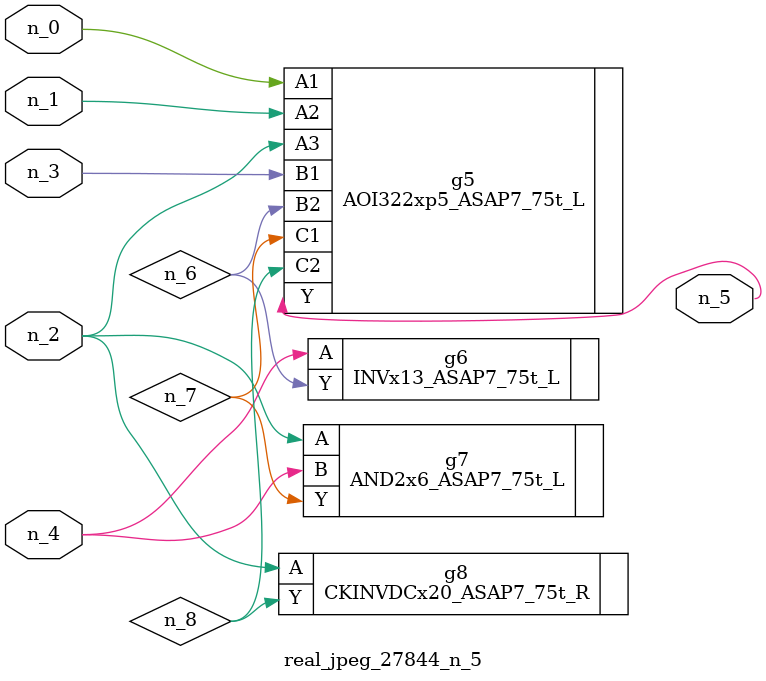
<source format=v>
module real_jpeg_27844_n_5 (n_4, n_0, n_1, n_2, n_3, n_5);

input n_4;
input n_0;
input n_1;
input n_2;
input n_3;

output n_5;

wire n_8;
wire n_6;
wire n_7;

AOI322xp5_ASAP7_75t_L g5 ( 
.A1(n_0),
.A2(n_1),
.A3(n_2),
.B1(n_3),
.B2(n_6),
.C1(n_7),
.C2(n_8),
.Y(n_5)
);

AND2x6_ASAP7_75t_L g7 ( 
.A(n_2),
.B(n_4),
.Y(n_7)
);

CKINVDCx20_ASAP7_75t_R g8 ( 
.A(n_2),
.Y(n_8)
);

INVx13_ASAP7_75t_L g6 ( 
.A(n_4),
.Y(n_6)
);


endmodule
</source>
